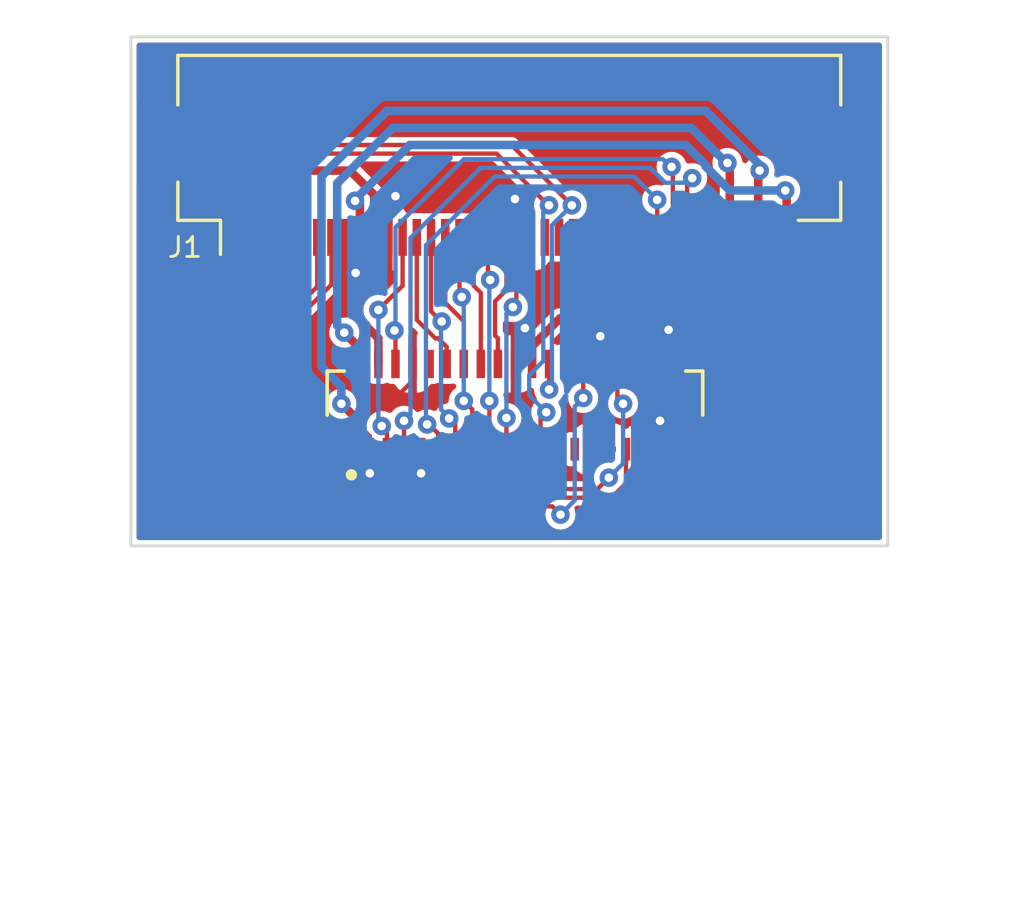
<source format=kicad_pcb>
(kicad_pcb (version 20211014) (generator pcbnew)
  (layers (0 "F.Cu" signal) (31 "B.Cu" signal) (34 "B.Paste" user) (35 "F.Paste" user) (36 "B.SilkS" user "B.Silkscreen") (37 "F.SilkS" user "F.Silkscreen") (38 "B.Mask" user) (39 "F.Mask" user) (44 "Edge.Cuts" user))
  (net 0 "")
  (net 1 "VGL")
  (net 2 "GND")
  (net 3 "VGH")
  (net 4 "VCOM")
  (net 5 "VPOS")
  (net 6 "VNEG")
  (net 7 "+3V3")
  (net 14 "/GDOE")
  (net 15 "/GDCLK")
  (net 16 "/GDSP")
  (net 17 "/ESDCLK")
  (net 18 "/ED0")
  (net 19 "/ED8")
  (net 20 "/ED1")
  (net 21 "/ED9")
  (net 22 "/ED2")
  (net 23 "/ED10")
  (net 24 "/ED3")
  (net 25 "/ED11")
  (net 26 "/ED4")
  (net 27 "/ED12")
  (net 28 "/ED5")
  (net 29 "/ED13")
  (net 30 "/ED6")
  (net 31 "/ED14")
  (net 32 "/ED7")
  (net 33 "/ED15")
  (net 34 "/SDCE0")
  (net 35 "/ESDLE")
  (net 36 "/ESDOE")
  (footprint "footprints:Hirose_FH12-40S-0.5SH_1x40-1MP_P0.50mm_Horizontal_Reversed" (layer "F.Cu") (at 165.9 78.15 180)
    (fp_text reference "J1" (at 11.4 -2.25) (layer "F.SilkS") (effects (font (size 0.7 0.7) (thickness 0.1))))
    (fp_text value "FH12-40S-0.5SH")
    (fp_line (start -11.65 -1.3) (end -11.65 0.04) (layer "F.SilkS") (width 0.12))
    (fp_line (start -10.16 -1.3) (end -11.65 -1.3) (layer "F.SilkS") (width 0.12))
    (fp_line (start -11.65 2.76) (end -11.65 4.5) (layer "F.SilkS") (width 0.12))
    (fp_line (start 10.16 -1.3) (end 11.65 -1.3) (layer "F.SilkS") (width 0.12))
    (fp_line (start 11.65 -1.3) (end 11.65 0.04) (layer "F.SilkS") (width 0.12))
    (fp_line (start 11.65 4.5) (end 11.65 2.76) (layer "F.SilkS") (width 0.12))
    (fp_line (start -11.65 4.5) (end 11.65 4.5) (layer "F.SilkS") (width 0.12))
    (fp_line (start 10.15 -1.3) (end 10.15 -2.5) (layer "F.SilkS") (width 0.12))
    (pad "1" smd rect locked (at 9.75 -1.9) (size 0.3 1.3) (layers "F.Cu" "F.Paste" "F.Mask") (net 1 "VGL"))
    (pad "2" smd rect locked (at 9.25 -1.9) (size 0.3 1.3) (layers "F.Cu" "F.Paste" "F.Mask"))
    (pad "3" smd rect locked (at 8.75 -1.9) (size 0.3 1.3) (layers "F.Cu" "F.Paste" "F.Mask") (net 3 "VGH"))
    (pad "4" smd rect locked (at 8.25 -1.9) (size 0.3 1.3) (layers "F.Cu" "F.Paste" "F.Mask"))
    (pad "5" smd rect locked (at 7.75 -1.9) (size 0.3 1.3) (layers "F.Cu" "F.Paste" "F.Mask") (net 7 "+3V3"))
    (pad "6" smd rect locked (at 7.25 -1.9) (size 0.3 1.3) (layers "F.Cu" "F.Paste" "F.Mask") (net 14 "/GDOE"))
    (pad "7" smd rect locked (at 6.75 -1.9) (size 0.3 1.3) (layers "F.Cu" "F.Paste" "F.Mask") (net 15 "/GDCLK"))
    (pad "8" smd rect locked (at 6.25 -1.9) (size 0.3 1.3) (layers "F.Cu" "F.Paste" "F.Mask") (net 16 "/GDSP"))
    (pad "9" smd rect locked (at 5.75 -1.9) (size 0.3 1.3) (layers "F.Cu" "F.Paste" "F.Mask") (net 2 "GND"))
    (pad "10" smd rect locked (at 5.25 -1.9) (size 0.3 1.3) (layers "F.Cu" "F.Paste" "F.Mask") (net 4 "VCOM"))
    (pad "11" smd rect locked (at 4.75 -1.9) (size 0.3 1.3) (layers "F.Cu" "F.Paste" "F.Mask") (net 7 "+3V3"))
    (pad "12" smd rect locked (at 4.25 -1.9) (size 0.3 1.3) (layers "F.Cu" "F.Paste" "F.Mask") (net 2 "GND"))
    (pad "13" smd rect locked (at 3.75 -1.9) (size 0.3 1.3) (layers "F.Cu" "F.Paste" "F.Mask") (net 17 "/ESDCLK"))
    (pad "14" smd rect locked (at 3.25 -1.9) (size 0.3 1.3) (layers "F.Cu" "F.Paste" "F.Mask") (net 18 "/ED0"))
    (pad "15" smd rect locked (at 2.75 -1.9) (size 0.3 1.3) (layers "F.Cu" "F.Paste" "F.Mask") (net 20 "/ED1"))
    (pad "16" smd rect locked (at 2.25 -1.9) (size 0.3 1.3) (layers "F.Cu" "F.Paste" "F.Mask") (net 22 "/ED2"))
    (pad "17" smd rect locked (at 1.75 -1.9) (size 0.3 1.3) (layers "F.Cu" "F.Paste" "F.Mask") (net 24 "/ED3"))
    (pad "18" smd rect locked (at 1.25 -1.9) (size 0.3 1.3) (layers "F.Cu" "F.Paste" "F.Mask") (net 26 "/ED4"))
    (pad "19" smd rect locked (at 0.75 -1.9) (size 0.3 1.3) (layers "F.Cu" "F.Paste" "F.Mask") (net 28 "/ED5"))
    (pad "20" smd rect locked (at 0.25 -1.9) (size 0.3 1.3) (layers "F.Cu" "F.Paste" "F.Mask") (net 30 "/ED6"))
    (pad "21" smd rect locked (at -0.25 -1.9) (size 0.3 1.3) (layers "F.Cu" "F.Paste" "F.Mask") (net 32 "/ED7"))
    (pad "22" smd rect locked (at -0.75 -1.9) (size 0.3 1.3) (layers "F.Cu" "F.Paste" "F.Mask") (net 2 "GND"))
    (pad "23" smd rect locked (at -1.25 -1.9) (size 0.3 1.3) (layers "F.Cu" "F.Paste" "F.Mask") (net 19 "/ED8"))
    (pad "24" smd rect locked (at -1.75 -1.9) (size 0.3 1.3) (layers "F.Cu" "F.Paste" "F.Mask") (net 21 "/ED9"))
    (pad "25" smd rect locked (at -2.25 -1.9) (size 0.3 1.3) (layers "F.Cu" "F.Paste" "F.Mask") (net 23 "/ED10"))
    (pad "26" smd rect locked (at -2.75 -1.9) (size 0.3 1.3) (layers "F.Cu" "F.Paste" "F.Mask") (net 25 "/ED11"))
    (pad "27" smd rect locked (at -3.25 -1.9) (size 0.3 1.3) (layers "F.Cu" "F.Paste" "F.Mask") (net 27 "/ED12"))
    (pad "28" smd rect locked (at -3.75 -1.9) (size 0.3 1.3) (layers "F.Cu" "F.Paste" "F.Mask") (net 29 "/ED13"))
    (pad "29" smd rect locked (at -4.25 -1.9) (size 0.3 1.3) (layers "F.Cu" "F.Paste" "F.Mask") (net 31 "/ED14"))
    (pad "30" smd rect locked (at -4.75 -1.9) (size 0.3 1.3) (layers "F.Cu" "F.Paste" "F.Mask") (net 33 "/ED15"))
    (pad "31" smd rect locked (at -5.25 -1.9) (size 0.3 1.3) (layers "F.Cu" "F.Paste" "F.Mask") (net 34 "/SDCE0"))
    (pad "32" smd rect locked (at -5.75 -1.9) (size 0.3 1.3) (layers "F.Cu" "F.Paste" "F.Mask") (net 35 "/ESDLE"))
    (pad "33" smd rect locked (at -6.25 -1.9) (size 0.3 1.3) (layers "F.Cu" "F.Paste" "F.Mask") (net 36 "/ESDOE"))
    (pad "34" smd rect locked (at -6.75 -1.9) (size 0.3 1.3) (layers "F.Cu" "F.Paste" "F.Mask"))
    (pad "35" smd rect locked (at -7.25 -1.9) (size 0.3 1.3) (layers "F.Cu" "F.Paste" "F.Mask"))
    (pad "36" smd rect locked (at -7.75 -1.9) (size 0.3 1.3) (layers "F.Cu" "F.Paste" "F.Mask") (net 5 "VPOS"))
    (pad "37" smd rect locked (at -8.25 -1.9) (size 0.3 1.3) (layers "F.Cu" "F.Paste" "F.Mask"))
    (pad "38" smd rect locked (at -8.75 -1.9) (size 0.3 1.3) (layers "F.Cu" "F.Paste" "F.Mask") (net 6 "VNEG"))
    (pad "39" smd rect locked (at -9.25 -1.9) (size 0.3 1.3) (layers "F.Cu" "F.Paste" "F.Mask"))
    (pad "40" smd rect locked (at -9.75 -1.9) (size 0.3 1.3) (layers "F.Cu" "F.Paste" "F.Mask") (net 4 "VCOM"))
    (pad "MP" smd rect locked (at -11.65 1.4 180) (size 1.8 2.2) (layers "F.Cu" "F.Paste" "F.Mask") (net 2 "GND"))
    (pad "MP" smd rect locked (at 11.65 1.4 180) (size 1.8 2.2) (layers "F.Cu" "F.Paste" "F.Mask") (net 2 "GND"))
  )
  (footprint "footprints:HRS_FH26W-39S-0.3SHW(60)" (layer "F.Cu") (at 166.1 86.1)
    (fp_text reference "J3" hide)
    (fp_text value "10064555-392120HLF")
    (fp_line (start 6.6 0.2) (end 6.6 -1.35) (layer "F.SilkS") (width 0.127))
    (fp_line (start 6.6 -1.35) (end 6 -1.35) (layer "F.SilkS") (width 0.127))
    (fp_line (start -6.6 -1.35) (end -6 -1.35) (layer "F.SilkS") (width 0.127))
    (fp_line (start -6.6 0.2) (end -6.6 -1.35) (layer "F.SilkS") (width 0.127))
    (fp_circle (center -5.75 2.3) (end -5.65 2.3) (layer "F.SilkS") (width 0.2) (fill none))
    (pad "1" smd rect locked (at -5.7 1.4) (size 0.3 0.8) (layers "F.Cu" "F.Paste" "F.Mask") (net 6 "VNEG"))
    (pad "2" smd rect locked (at -5.4 -1.6) (size 0.3 1) (layers "F.Cu" "F.Paste" "F.Mask") (net 5 "VPOS"))
    (pad "3" smd rect locked (at -5.1 1.4) (size 0.3 0.8) (layers "F.Cu" "F.Paste" "F.Mask") (net 2 "GND"))
    (pad "4" smd rect locked (at -4.8 -1.6) (size 0.3 1) (layers "F.Cu" "F.Paste" "F.Mask") (net 7 "+3V3"))
    (pad "5" smd rect locked (at -4.5 1.4) (size 0.3 0.8) (layers "F.Cu" "F.Paste" "F.Mask") (net 17 "/ESDCLK"))
    (pad "6" smd rect locked (at -4.2 -1.6) (size 0.3 1) (layers "F.Cu" "F.Paste" "F.Mask") (net 35 "/ESDLE"))
    (pad "7" smd rect locked (at -3.9 1.4) (size 0.3 0.8) (layers "F.Cu" "F.Paste" "F.Mask") (net 36 "/ESDOE"))
    (pad "8" smd rect locked (at -3.6 -1.6) (size 0.3 1) (layers "F.Cu" "F.Paste" "F.Mask") (net 2 "GND"))
    (pad "9" smd rect locked (at -3.3 1.4) (size 0.3 0.8) (layers "F.Cu" "F.Paste" "F.Mask") (net 2 "GND"))
    (pad "10" smd rect locked (at -3 -1.6) (size 0.3 1) (layers "F.Cu" "F.Paste" "F.Mask"))
    (pad "11" smd rect locked (at -2.7 1.4) (size 0.3 0.8) (layers "F.Cu" "F.Paste" "F.Mask") (net 34 "/SDCE0"))
    (pad "12" smd rect locked (at -2.4 -1.6) (size 0.3 1) (layers "F.Cu" "F.Paste" "F.Mask") (net 18 "/ED0"))
    (pad "13" smd rect locked (at -2.1 1.4) (size 0.3 0.8) (layers "F.Cu" "F.Paste" "F.Mask") (net 20 "/ED1"))
    (pad "14" smd rect locked (at -1.8 -1.6) (size 0.3 1) (layers "F.Cu" "F.Paste" "F.Mask") (net 22 "/ED2"))
    (pad "15" smd rect locked (at -1.5 1.4) (size 0.3 0.8) (layers "F.Cu" "F.Paste" "F.Mask") (net 24 "/ED3"))
    (pad "16" smd rect locked (at -1.2 -1.6) (size 0.3 1) (layers "F.Cu" "F.Paste" "F.Mask") (net 26 "/ED4"))
    (pad "17" smd rect locked (at -0.9 1.4) (size 0.3 0.8) (layers "F.Cu" "F.Paste" "F.Mask") (net 28 "/ED5"))
    (pad "18" smd rect locked (at -0.6 -1.6) (size 0.3 1) (layers "F.Cu" "F.Paste" "F.Mask") (net 30 "/ED6"))
    (pad "19" smd rect locked (at -0.3 1.4) (size 0.3 0.8) (layers "F.Cu" "F.Paste" "F.Mask") (net 32 "/ED7"))
    (pad "20" smd rect locked (at 0 -1.6) (size 0.3 1) (layers "F.Cu" "F.Paste" "F.Mask") (net 2 "GND"))
    (pad "21" smd rect locked (at 0.3 1.4) (size 0.3 0.8) (layers "F.Cu" "F.Paste" "F.Mask"))
    (pad "22" smd rect locked (at 0.6 -1.6) (size 0.3 1) (layers "F.Cu" "F.Paste" "F.Mask") (net 4 "VCOM"))
    (pad "23" smd rect locked (at 0.9 1.4) (size 0.3 0.8) (layers "F.Cu" "F.Paste" "F.Mask") (net 3 "VGH"))
    (pad "24" smd rect locked (at 1.2 -1.6) (size 0.3 1) (layers "F.Cu" "F.Paste" "F.Mask") (net 1 "VGL"))
    (pad "25" smd rect locked (at 1.5 1.4) (size 0.3 0.8) (layers "F.Cu" "F.Paste" "F.Mask"))
    (pad "26" smd rect locked (at 1.8 -1.6) (size 0.3 1) (layers "F.Cu" "F.Paste" "F.Mask"))
    (pad "27" smd rect locked (at 2.1 1.4) (size 0.3 0.8) (layers "F.Cu" "F.Paste" "F.Mask"))
    (pad "28" smd rect locked (at 2.4 -1.6) (size 0.3 1) (layers "F.Cu" "F.Paste" "F.Mask") (net 14 "/GDOE"))
    (pad "29" smd rect locked (at 2.7 1.4) (size 0.3 0.8) (layers "F.Cu" "F.Paste" "F.Mask") (net 2 "GND"))
    (pad "30" smd rect locked (at 3 -1.6) (size 0.3 1) (layers "F.Cu" "F.Paste" "F.Mask") (net 2 "GND"))
    (pad "31" smd rect locked (at 3.3 1.4) (size 0.3 0.8) (layers "F.Cu" "F.Paste" "F.Mask") (net 2 "GND"))
    (pad "32" smd rect locked (at 3.6 -1.6) (size 0.3 1) (layers "F.Cu" "F.Paste" "F.Mask") (net 16 "/GDSP"))
    (pad "33" smd rect locked (at 3.9 1.4) (size 0.3 0.8) (layers "F.Cu" "F.Paste" "F.Mask") (net 15 "/GDCLK"))
    (pad "34" smd rect locked (at 4.2 -1.6) (size 0.3 1) (layers "F.Cu" "F.Paste" "F.Mask") (net 4 "VCOM"))
    (pad "35" smd rect locked (at 4.5 1.4) (size 0.3 0.8) (layers "F.Cu" "F.Paste" "F.Mask") (net 2 "GND"))
    (pad "36" smd rect locked (at 4.8 -1.6) (size 0.3 1) (layers "F.Cu" "F.Paste" "F.Mask") (net 2 "GND"))
    (pad "37" smd rect locked (at 5.1 1.4) (size 0.3 0.8) (layers "F.Cu" "F.Paste" "F.Mask") (net 2 "GND"))
    (pad "38" smd rect locked (at 5.4 -1.6) (size 0.3 1) (layers "F.Cu" "F.Paste" "F.Mask") (net 2 "GND"))
    (pad "39" smd rect locked (at 5.7 1.4) (size 0.3 0.8) (layers "F.Cu" "F.Paste" "F.Mask") (net 2 "GND"))
    (pad "S1" smd rect locked (at -6.4 1.125) (size 0.4 0.95) (layers "F.Cu" "F.Paste" "F.Mask"))
    (pad "S2" smd rect locked (at 6.4 1.125) (size 0.4 0.95) (layers "F.Cu" "F.Paste" "F.Mask"))
  )
  (gr_rect (start 152.6 73) (end 179.2 90.9) (layer "Edge.Cuts") (width 0.1) (fill none))
  (segment (start 157.5 76.8) (end 156.15 78.15) (width 0.1524) (layer "F.Cu") (net 1))
  (segment (start 156.15 78.15) (end 156.15 80.05) (width 0.1524) (layer "F.Cu") (net 1))
  (segment (start 167.3 84.5) (end 167.3 85.4) (width 0.1524) (layer "F.Cu") (net 1))
  (segment (start 168.1 78.923098) (end 165.976902 76.8) (width 0.1524) (layer "F.Cu") (net 1))
  (segment (start 165.976902 76.8) (end 157.5 76.8) (width 0.1524) (layer "F.Cu") (net 1))
  (via (at 168.1 78.923098) (size 0.65) (drill 0.3) (layers "F.Cu" "B.Cu") (net 1))
  (via (at 167.3 85.4) (size 0.65) (drill 0.3) (layers "F.Cu" "B.Cu") (net 1))
  (segment (start 168.1 78.923098) (end 167.4 79.623098) (width 0.1524) (layer "B.Cu") (net 1))
  (segment (start 167.4 79.623098) (end 167.4 85.3) (width 0.1524) (layer "B.Cu") (net 1))
  (segment (start 167.4 85.3) (end 167.3 85.4) (width 0.1524) (layer "B.Cu") (net 1))
  (segment (start 168.8 86.6) (end 168.9 86.5) (width 0.3) (layer "F.Cu") (net 2))
  (segment (start 171.2 87.5) (end 171.2 86.5) (width 0.3) (layer "F.Cu") (net 2))
  (segment (start 166.1 83.6281) (end 166.3281 83.4) (width 0.1524) (layer "F.Cu") (net 2))
  (segment (start 169.1 83.5019) (end 169.1 83.5269) (width 0.3) (layer "F.Cu") (net 2))
  (segment (start 166.65 78.85) (end 166.6 78.8) (width 0.1524) (layer "F.Cu") (net 2))
  (segment (start 170.6 87.1) (end 171.2 86.5) (width 0.3) (layer "F.Cu") (net 2))
  (segment (start 169.4 87) (end 168.9 86.5) (width 0.3) (layer "F.Cu") (net 2))
  (segment (start 171.1 83.3) (end 171.5 83.3) (width 0.3) (layer "F.Cu") (net 2))
  (segment (start 160.15 81.05) (end 160.474392 81.374392) (width 0.1524) (layer "F.Cu") (net 2))
  (segment (start 170.9 83.5) (end 171.1 83.3) (width 0.3) (layer "F.Cu") (net 2))
  (segment (start 170.6 87.5) (end 170.6 87.1) (width 0.3) (layer "F.Cu") (net 2))
  (segment (start 160.8 86.846863) (end 160.8 86.3) (width 0.1524) (layer "F.Cu") (net 2))
  (segment (start 166.3281 83.4) (end 166.3281 83.364661) (width 0.1524) (layer "F.Cu") (net 2))
  (segment (start 162.8 87.5) (end 162.8 88.3719) (width 0.1524) (layer "F.Cu") (net 2))
  (segment (start 162.8 88.3719) (end 162.8 88.3469) (width 0.1524) (layer "F.Cu") (net 2))
  (segment (start 166.4 78.8) (end 166.2 78.8) (width 0.1524) (layer "F.Cu") (net 2))
  (segment (start 166.3281 83.364661) (end 166.450719 83.242042) (width 0.1524) (layer "F.Cu") (net 2))
  (segment (start 161.8 78.6) (end 161.9 78.6) (width 0.1524) (layer "F.Cu") (net 2))
  (segment (start 161 88.3719) (end 161 88.3469) (width 0.1524) (layer "F.Cu") (net 2))
  (segment (start 161.65 80.05) (end 161.65 78.75) (width 0.1524) (layer "F.Cu") (net 2))
  (segment (start 161 87.046863) (end 160.8 86.846863) (width 0.1524) (layer "F.Cu") (net 2))
  (segment (start 160.474392 81.374392) (end 160.5 81.348784) (width 0.1524) (layer "F.Cu") (net 2))
  (segment (start 168.8 87.5) (end 168.8 86.6) (width 0.3) (layer "F.Cu") (net 2))
  (segment (start 166.6 78.8) (end 166.4 78.8) (width 0.1524) (layer "F.Cu") (net 2))
  (segment (start 171.8 87.1) (end 171.2 86.5) (width 0.3) (layer "F.Cu") (net 2))
  (segment (start 161.4 85.7) (end 161.9 85.7) (width 0.1524) (layer "F.Cu") (net 2))
  (segment (start 162.5 84.5) (end 162.5 85.1) (width 0.1524) (layer "F.Cu") (net 2))
  (segment (start 161 87.5) (end 161 87.046863) (width 0.1524) (layer "F.Cu") (net 2))
  (segment (start 170.9 84.5) (end 170.9 83.5) (width 0.3) (layer "F.Cu") (net 2))
  (segment (start 160.8 86.3) (end 161.4 85.7) (width 0.1524) (layer "F.Cu") (net 2))
  (segment (start 166.65 80.05) (end 166.65 78.85) (width 0.1524) (layer "F.Cu") (net 2))
  (segment (start 161 87.5) (end 161 88.3719) (width 0.1524) (layer "F.Cu") (net 2))
  (segment (start 171.8 87.5) (end 171.8 87.1) (width 0.3) (layer "F.Cu") (net 2))
  (segment (start 166.1 84.5) (end 166.1 83.6281) (width 0.1524) (layer "F.Cu") (net 2))
  (segment (start 162.5 85.1) (end 161.9 85.7) (width 0.1524) (layer "F.Cu") (net 2))
  (segment (start 166.2 78.8) (end 166.1 78.7) (width 0.1524) (layer "F.Cu") (net 2))
  (segment (start 160.5 81.348784) (end 160.5 81.3) (width 0.1524) (layer "F.Cu") (net 2))
  (segment (start 169.1 84.5) (end 169.1 83.5019) (width 0.3) (layer "F.Cu") (net 2))
  (segment (start 169.4 87.5) (end 169.4 87) (width 0.3) (layer "F.Cu") (net 2))
  (segment (start 160.15 80.05) (end 160.15 81.05) (width 0.1524) (layer "F.Cu") (net 2))
  (segment (start 171.5 84.5) (end 171.5 83.3) (width 0.3) (layer "F.Cu") (net 2))
  (segment (start 161.65 78.75) (end 161.8 78.6) (width 0.1524) (layer "F.Cu") (net 2))
  (via (at 166.1 78.7) (size 0.65) (drill 0.3) (layers "F.Cu" "B.Cu") (net 2))
  (via (at 171.5 83.3) (size 0.65) (drill 0.3) (layers "F.Cu" "B.Cu") (net 2))
  (via (at 161.9 78.6) (size 0.65) (drill 0.3) (layers "F.Cu" "B.Cu") (net 2))
  (via (at 161 88.3469) (size 0.65) (drill 0.3) (layers "F.Cu" "B.Cu") (net 2))
  (via (at 169.1 83.5269) (size 0.65) (drill 0.3) (layers "F.Cu" "B.Cu") (net 2))
  (via (at 171.2 86.5) (size 0.65) (drill 0.3) (layers "F.Cu" "B.Cu") (net 2))
  (via (at 166.450719 83.242042) (size 0.65) (drill 0.3) (layers "F.Cu" "B.Cu") (net 2))
  (via (at 162.8 88.3469) (size 0.65) (drill 0.3) (layers "F.Cu" "B.Cu") (net 2))
  (via (at 160.5 81.3) (size 0.65) (drill 0.3) (layers "F.Cu" "B.Cu") (net 2))
  (segment (start 157.15 78.25) (end 157.15 80.05) (width 0.1524) (layer "F.Cu") (net 3))
  (segment (start 167.2 86.2) (end 167 86.4) (width 0.1524) (layer "F.Cu") (net 3))
  (segment (start 165.456222 77.10432) (end 158.29568 77.10432) (width 0.1524) (layer "F.Cu") (net 3))
  (segment (start 167 86.4) (end 167 87.5) (width 0.1524) (layer "F.Cu") (net 3))
  (segment (start 167.3 78.948098) (end 165.456222 77.10432) (width 0.1524) (layer "F.Cu") (net 3))
  (segment (start 158.29568 77.10432) (end 157.15 78.25) (width 0.1524) (layer "F.Cu") (net 3))
  (via (at 167.296566 78.921232) (size 0.65) (drill 0.3) (layers "F.Cu" "B.Cu") (net 3))
  (via (at 167.2 86.2) (size 0.65) (drill 0.3) (layers "F.Cu" "B.Cu") (net 3))
  (segment (start 167.3 78.924666) (end 167.296566 78.921232) (width 0.1524) (layer "B.Cu") (net 3))
  (segment (start 167.3 78.948098) (end 167.3 78.924666) (width 0.1524) (layer "B.Cu") (net 3))
  (segment (start 167.09568 79.152418) (end 167.09568 84.4) (width 0.1524) (layer "B.Cu") (net 3))
  (segment (start 166.6 84.89568) (end 166.6 85.6) (width 0.1524) (layer "B.Cu") (net 3))
  (segment (start 166.6 85.6) (end 167.2 86.2) (width 0.1524) (layer "B.Cu") (net 3))
  (segment (start 167.3 78.948098) (end 167.09568 79.152418) (width 0.1524) (layer "B.Cu") (net 3))
  (segment (start 167.09568 84.4) (end 166.6 84.89568) (width 0.1524) (layer "B.Cu") (net 3))
  (segment (start 175.65 80.95) (end 174.3 82.3) (width 0.3) (layer "F.Cu") (net 4))
  (segment (start 170.3 82.9) (end 170.3 84.5) (width 0.3) (layer "F.Cu") (net 4))
  (segment (start 174.3 82.3) (end 170.9 82.3) (width 0.3) (layer "F.Cu") (net 4))
  (segment (start 175.65 78.45) (end 175.6 78.4) (width 0.3) (layer "F.Cu") (net 4))
  (segment (start 166.7 83.879332) (end 167.679332 82.9) (width 0.3) (layer "F.Cu") (net 4))
  (segment (start 166.7 84.5) (end 166.7 83.879332) (width 0.3) (layer "F.Cu") (net 4))
  (segment (start 167.679332 82.9) (end 170.3 82.9) (width 0.3) (layer "F.Cu") (net 4))
  (segment (start 175.65 80.05) (end 175.65 78.45) (width 0.3) (layer "F.Cu") (net 4))
  (segment (start 160.65 80.05) (end 160.65 78.901216) (width 0.3) (layer "F.Cu") (net 4))
  (segment (start 175.65 80.05) (end 175.65 80.95) (width 0.3) (layer "F.Cu") (net 4))
  (segment (start 170.9 82.3) (end 170.3 82.9) (width 0.3) (layer "F.Cu") (net 4))
  (segment (start 160.65 78.901216) (end 160.474392 78.725608) (width 0.3) (layer "F.Cu") (net 4))
  (via (at 160.47882 78.765391) (size 0.65) (drill 0.3) (layers "F.Cu" "B.Cu") (net 4))
  (via (at 175.6 78.4) (size 0.65) (drill 0.3) (layers "F.Cu" "B.Cu") (net 4))
  (segment (start 172.1 76.8) (end 162.4 76.8) (width 0.3) (layer "B.Cu") (net 4))
  (segment (start 175.6 78.4) (end 173.648768 78.4) (width 0.3) (layer "B.Cu") (net 4))
  (segment (start 173.648768 78.4) (end 172.8 77.551232) (width 0.3) (layer "B.Cu") (net 4))
  (segment (start 160.474392 78.760963) (end 160.47882 78.765391) (width 0.3) (layer "B.Cu") (net 4))
  (segment (start 172.8 77.551232) (end 172.8 77.5) (width 0.3) (layer "B.Cu") (net 4))
  (segment (start 172.8 77.5) (end 172.1 76.8) (width 0.3) (layer "B.Cu") (net 4))
  (segment (start 162.4 76.8) (end 160.474392 78.725608) (width 0.3) (layer "B.Cu") (net 4))
  (segment (start 160.474392 78.725608) (end 160.474392 78.760963) (width 0.3) (layer "B.Cu") (net 4))
  (segment (start 173.56767 77.46767) (end 173.56767 77.43233) (width 0.3) (layer "F.Cu") (net 5))
  (segment (start 160.7 84) (end 160.1 83.4) (width 0.3) (layer "F.Cu") (net 5))
  (segment (start 173.65 77.55) (end 173.56767 77.46767) (width 0.3) (layer "F.Cu") (net 5))
  (segment (start 173.65 80.05) (end 173.65 77.55) (width 0.3) (layer "F.Cu") (net 5))
  (segment (start 160.7 84.5) (end 160.7 84) (width 0.3) (layer "F.Cu") (net 5))
  (via (at 173.56767 77.43233) (size 0.65) (drill 0.3) (layers "F.Cu" "B.Cu") (net 5))
  (via (at 160.1 83.4) (size 0.65) (drill 0.3) (layers "F.Cu" "B.Cu") (net 5))
  (segment (start 172.3 76.2) (end 173.6 77.5) (width 0.3) (layer "B.Cu") (net 5))
  (segment (start 159.85192 83.15192) (end 159.85192 78.14808) (width 0.3) (layer "B.Cu") (net 5))
  (segment (start 161.8 76.2) (end 172.3 76.2) (width 0.3) (layer "B.Cu") (net 5))
  (segment (start 160.1 83.4) (end 159.85192 83.15192) (width 0.3) (layer "B.Cu") (net 5))
  (segment (start 159.85192 78.14808) (end 161.8 76.2) (width 0.3) (layer "B.Cu") (net 5))
  (segment (start 174.65 80.05) (end 174.65 77.75) (width 0.3) (layer "F.Cu") (net 6))
  (segment (start 174.65 77.75) (end 174.7 77.7) (width 0.3) (layer "F.Cu") (net 6))
  (segment (start 160.4 86.3) (end 160.4 87.5) (width 0.3) (layer "F.Cu") (net 6))
  (segment (start 160 85.9) (end 160.4 86.3) (width 0.3) (layer "F.Cu") (net 6))
  (via (at 174.7 77.7) (size 0.65) (drill 0.3) (layers "F.Cu" "B.Cu") (net 6))
  (via (at 160 85.9) (size 0.65) (drill 0.3) (layers "F.Cu" "B.Cu") (net 6))
  (segment (start 160 85.3) (end 159.3 84.6) (width 0.3) (layer "B.Cu") (net 6))
  (segment (start 159.3 84.6) (end 159.3 77.9) (width 0.3) (layer "B.Cu") (net 6))
  (segment (start 160 85.9) (end 160 85.3) (width 0.3) (layer "B.Cu") (net 6))
  (segment (start 161.6 75.6) (end 172.8 75.6) (width 0.3) (layer "B.Cu") (net 6))
  (segment (start 172.8 75.6) (end 174.7 77.5) (width 0.3) (layer "B.Cu") (net 6))
  (segment (start 159.3 77.9) (end 161.6 75.6) (width 0.3) (layer "B.Cu") (net 6))
  (segment (start 174.7 77.5) (end 174.7 77.7) (width 0.3) (layer "B.Cu") (net 6))
  (segment (start 161.15 81.55) (end 160.6 82.1) (width 0.3) (layer "F.Cu") (net 7))
  (segment (start 158.15 78.35) (end 158.8 77.7) (width 0.3) (layer "F.Cu") (net 7))
  (segment (start 161.3 83.6) (end 161.3 84.5) (width 0.3) (layer "F.Cu") (net 7))
  (segment (start 161.15 80.05) (end 161.15 81.55) (width 0.3) (layer "F.Cu") (net 7))
  (segment (start 161.15 78.55) (end 161.15 80.05) (width 0.3) (layer "F.Cu") (net 7))
  (segment (start 160.3 77.7) (end 161.15 78.55) (width 0.3) (layer "F.Cu") (net 7))
  (segment (start 158.8 77.7) (end 160.3 77.7) (width 0.3) (layer "F.Cu") (net 7))
  (segment (start 160.6 82.1) (end 160.6 82.9) (width 0.3) (layer "F.Cu") (net 7))
  (segment (start 158.15 80.05) (end 158.15 78.35) (width 0.3) (layer "F.Cu") (net 7))
  (segment (start 160.6 82.9) (end 161.3 83.6) (width 0.3) (layer "F.Cu") (net 7))
  (segment (start 158.65 81.85) (end 158.65 80.05) (width 0.1524) (layer "F.Cu") (net 14))
  (segment (start 167.7 89.8) (end 167.40864 89.50864) (width 0.1524) (layer "F.Cu") (net 14))
  (segment (start 167.40864 89.50864) (end 159.30864 89.50864) (width 0.1524) (layer "F.Cu") (net 14))
  (segment (start 168.5 85.7) (end 168.5 84.5) (width 0.1524) (layer "F.Cu") (net 14))
  (segment (start 158 88.2) (end 158 82.5) (width 0.1524) (layer "F.Cu") (net 14))
  (segment (start 159.30864 89.50864) (end 158 88.2) (width 0.1524) (layer "F.Cu") (net 14))
  (segment (start 158 82.5) (end 158.65 81.85) (width 0.1524) (layer "F.Cu") (net 14))
  (via (at 167.7 89.8) (size 0.65) (drill 0.3) (layers "F.Cu" "B.Cu") (net 14))
  (via (at 168.5 85.7) (size 0.65) (drill 0.3) (layers "F.Cu" "B.Cu") (net 14))
  (segment (start 168.2 89.3) (end 168.2 86) (width 0.1524) (layer "B.Cu") (net 14))
  (segment (start 167.7 89.8) (end 168.2 89.3) (width 0.1524) (layer "B.Cu") (net 14))
  (segment (start 168.2 86) (end 168.5 85.7) (width 0.1524) (layer "B.Cu") (net 14))
  (segment (start 159.434694 89.20432) (end 158.30432 88.073946) (width 0.1524) (layer "F.Cu") (net 15))
  (segment (start 170 88.7) (end 169.49568 89.20432) (width 0.1524) (layer "F.Cu") (net 15))
  (segment (start 170 87.5) (end 170 88.7) (width 0.1524) (layer "F.Cu") (net 15))
  (segment (start 169.49568 89.20432) (end 159.434694 89.20432) (width 0.1524) (layer "F.Cu") (net 15))
  (segment (start 158.30432 88.073946) (end 158.30432 82.626054) (width 0.1524) (layer "F.Cu") (net 15))
  (segment (start 159.15 81.780374) (end 159.15 80.05) (width 0.1524) (layer "F.Cu") (net 15))
  (segment (start 158.30432 82.626054) (end 159.15 81.780374) (width 0.1524) (layer "F.Cu") (net 15))
  (segment (start 169.350005 88.550005) (end 169.350006 88.550005) (width 0.1524) (layer "F.Cu") (net 16))
  (segment (start 158.60864 82.752108) (end 159.65 81.710748) (width 0.1524) (layer "F.Cu") (net 16))
  (segment (start 169.7 85.7) (end 169.7 84.5) (width 0.1524) (layer "F.Cu") (net 16))
  (segment (start 158.60864 87.947892) (end 158.60864 82.752108) (width 0.1524) (layer "F.Cu") (net 16))
  (segment (start 169.350005 88.550005) (end 169.000011 88.9) (width 0.1524) (layer "F.Cu") (net 16))
  (segment (start 159.560748 88.9) (end 158.60864 87.947892) (width 0.1524) (layer "F.Cu") (net 16))
  (segment (start 169.000011 88.9) (end 159.560748 88.9) (width 0.1524) (layer "F.Cu") (net 16))
  (segment (start 169.350006 88.550005) (end 169.4 88.500011) (width 0.1524) (layer "F.Cu") (net 16))
  (segment (start 169.4 88.500011) (end 169.350005 88.550005) (width 0.1524) (layer "F.Cu") (net 16))
  (segment (start 169.9 85.9) (end 169.7 85.7) (width 0.1524) (layer "F.Cu") (net 16))
  (segment (start 159.65 81.710748) (end 159.65 80.05) (width 0.1524) (layer "F.Cu") (net 16))
  (via (at 169.9 85.9) (size 0.65) (drill 0.3) (layers "F.Cu" "B.Cu") (net 16))
  (via (at 169.4 88.500011) (size 0.65) (drill 0.3) (layers "F.Cu" "B.Cu") (net 16))
  (segment (start 169.9 88.000011) (end 169.4 88.500011) (width 0.1524) (layer "B.Cu") (net 16))
  (segment (start 169.9 85.9) (end 169.9 88.000011) (width 0.1524) (layer "B.Cu") (net 16))
  (segment (start 161.6 86.9) (end 161.4 86.7) (width 0.1524) (layer "F.Cu") (net 17))
  (segment (start 162.15 81.75) (end 162.15 80.05) (width 0.1524) (layer "F.Cu") (net 17))
  (segment (start 161.3 82.6) (end 162.15 81.75) (width 0.1524) (layer "F.Cu") (net 17))
  (segment (start 161.6 87.5) (end 161.6 86.9) (width 0.1524) (layer "F.Cu") (net 17))
  (via (at 161.416834 86.683311) (size 0.65) (drill 0.3) (layers "F.Cu" "B.Cu") (net 17))
  (via (at 161.3 82.6) (size 0.65) (drill 0.3) (layers "F.Cu" "B.Cu") (net 17))
  (segment (start 161.3 86.6) (end 161.3 82.6) (width 0.1524) (layer "B.Cu") (net 17))
  (segment (start 161.4 86.7) (end 161.400145 86.7) (width 0.1524) (layer "B.Cu") (net 17))
  (segment (start 161.400145 86.7) (end 161.416834 86.683311) (width 0.1524) (layer "B.Cu") (net 17))
  (segment (start 161.4 86.7) (end 161.3 86.6) (width 0.1524) (layer "B.Cu") (net 17))
  (segment (start 163.7 84.5) (end 163.7 83.9) (width 0.1524) (layer "F.Cu") (net 18))
  (segment (start 163.4 83.6) (end 163.3 83.6) (width 0.1524) (layer "F.Cu") (net 18))
  (segment (start 163.7 83.9) (end 163.4 83.6) (width 0.1524) (layer "F.Cu") (net 18))
  (segment (start 162.65 82.95) (end 162.65 80.05) (width 0.1524) (layer "F.Cu") (net 18))
  (segment (start 163.3 83.6) (end 162.65 82.95) (width 0.1524) (layer "F.Cu") (net 18))
  (segment (start 163.517798 83) (end 163.525 83.007202) (width 0.1524) (layer "F.Cu") (net 20))
  (segment (start 163.15 82.65) (end 163.15 80.05) (width 0.1524) (layer "F.Cu") (net 20))
  (segment (start 163.5 83) (end 163.15 82.65) (width 0.1524) (layer "F.Cu") (net 20))
  (segment (start 163.8 86.4) (end 164 86.6) (width 0.1524) (layer "F.Cu") (net 20))
  (segment (start 163.5 83) (end 163.517798 83) (width 0.1524) (layer "F.Cu") (net 20))
  (segment (start 164 86.6) (end 164 87.5) (width 0.1524) (layer "F.Cu") (net 20))
  (via (at 163.525 83.007202) (size 0.65) (drill 0.3) (layers "F.Cu" "B.Cu") (net 20))
  (via (at 163.786634 86.416039) (size 0.65) (drill 0.3) (layers "F.Cu" "B.Cu") (net 20))
  (segment (start 163.8 86.402673) (end 163.786634 86.416039) (width 0.1524) (layer "B.Cu") (net 20))
  (segment (start 163.5 86.1) (end 163.8 86.4) (width 0.1524) (layer "B.Cu") (net 20))
  (segment (start 163.8 86.4) (end 163.8 86.402673) (width 0.1524) (layer "B.Cu") (net 20))
  (segment (start 163.5 83) (end 163.5 86.1) (width 0.1524) (layer "B.Cu") (net 20))
  (segment (start 164.3 84.5) (end 164.3 83) (width 0.1524) (layer "F.Cu") (net 22))
  (segment (start 163.65 82.35) (end 163.65 80.05) (width 0.1524) (layer "F.Cu") (net 22))
  (segment (start 164.3 83) (end 163.65 82.35) (width 0.1524) (layer "F.Cu") (net 22))
  (segment (start 164.15 82.103152) (end 164.15 80.05) (width 0.1524) (layer "F.Cu") (net 24))
  (segment (start 164.212474 82.165626) (end 164.15 82.103152) (width 0.1524) (layer "F.Cu") (net 24))
  (segment (start 164.212474 82.165626) (end 164.230151 82.147949) (width 0.1524) (layer "F.Cu") (net 24))
  (segment (start 164.6 86.1) (end 164.6 87.5) (width 0.1524) (layer "F.Cu") (net 24))
  (segment (start 164.3 85.8) (end 164.6 86.1) (width 0.1524) (layer "F.Cu") (net 24))
  (via (at 164.3 85.8) (size 0.65) (drill 0.3) (layers "F.Cu" "B.Cu") (net 24))
  (via (at 164.230151 82.147949) (size 0.65) (drill 0.3) (layers "F.Cu" "B.Cu") (net 24))
  (segment (start 164.212474 82.165626) (end 164.3 82.253152) (width 0.1524) (layer "B.Cu") (net 24))
  (segment (start 164.3 82.253152) (end 164.3 85.8) (width 0.1524) (layer "B.Cu") (net 24))
  (segment (start 164.9 82) (end 164.9 84.5) (width 0.1524) (layer "F.Cu") (net 26))
  (segment (start 164.65 80.05) (end 164.65 81.75) (width 0.1524) (layer "F.Cu") (net 26))
  (segment (start 164.65 81.75) (end 164.9 82) (width 0.1524) (layer "F.Cu") (net 26))
  (segment (start 165.1781 81.6) (end 165.15 81.5719) (width 0.1524) (layer "F.Cu") (net 28))
  (segment (start 165.228601 81.549499) (end 165.228601 81.546399) (width 0.1524) (layer "F.Cu") (net 28))
  (segment (start 165.1781 81.6) (end 165.228601 81.549499) (width 0.1524) (layer "F.Cu") (net 28))
  (segment (start 165.15 81.5719) (end 165.15 80.05) (width 0.1524) (layer "F.Cu") (net 28))
  (segment (start 165.2 85.8) (end 165.2 87.5) (width 0.1524) (layer "F.Cu") (net 28))
  (via (at 165.228601 81.546399) (size 0.65) (drill 0.3) (layers "F.Cu" "B.Cu") (net 28))
  (via (at 165.2 85.8) (size 0.65) (drill 0.3) (layers "F.Cu" "B.Cu") (net 28))
  (segment (start 165.1781 81.6) (end 165.2 81.6219) (width 0.1524) (layer "B.Cu") (net 28))
  (segment (start 165.2 81.6219) (end 165.2 85.8) (width 0.1524) (layer "B.Cu") (net 28))
  (segment (start 165.8 81.25432) (end 165.8 81.9) (width 0.1524) (layer "F.Cu") (net 30))
  (segment (start 165.65 80.05) (end 165.65 81.10432) (width 0.1524) (layer "F.Cu") (net 30))
  (segment (start 165.4 82.3) (end 165.4 83.5) (width 0.1524) (layer "F.Cu") (net 30))
  (segment (start 165.5 83.6) (end 165.5 84.5) (width 0.1524) (layer "F.Cu") (net 30))
  (segment (start 165.8 81.9) (end 165.4 82.3) (width 0.1524) (layer "F.Cu") (net 30))
  (segment (start 165.4 83.5) (end 165.5 83.6) (width 0.1524) (layer "F.Cu") (net 30))
  (segment (start 165.65 81.10432) (end 165.8 81.25432) (width 0.1524) (layer "F.Cu") (net 30))
  (segment (start 166.15 82.3781) (end 166.15 80.05) (width 0.1524) (layer "F.Cu") (net 32))
  (segment (start 166.0281 82.5) (end 166.15 82.3781) (width 0.1524) (layer "F.Cu") (net 32))
  (segment (start 165.8 86.4) (end 165.8 87.5) (width 0.1524) (layer "F.Cu") (net 32))
  (via (at 166.0281 82.5) (size 0.65) (drill 0.3) (layers "F.Cu" "B.Cu") (net 32))
  (via (at 165.8 86.4) (size 0.65) (drill 0.3) (layers "F.Cu" "B.Cu") (net 32))
  (segment (start 165.8 82.7281) (end 165.8 86.4) (width 0.1524) (layer "B.Cu") (net 32))
  (segment (start 166.0281 82.5) (end 165.8 82.7281) (width 0.1524) (layer "B.Cu") (net 32))
  (segment (start 163.086683 86.637772) (end 163.090172 86.637772) (width 0.1524) (layer "F.Cu") (net 34))
  (segment (start 171.1 80) (end 171.15 80.05) (width 0.1524) (layer "F.Cu") (net 34))
  (segment (start 163.4 86.9476) (end 163.4 87.5) (width 0.1524) (layer "F.Cu") (net 34))
  (segment (start 163.090172 86.637772) (end 163.4 86.9476) (width 0.1524) (layer "F.Cu") (net 34))
  (segment (start 171.1 78.7281) (end 171.1 80) (width 0.1524) (layer "F.Cu") (net 34))
  (via (at 171.0969 78.7281) (size 0.65) (drill 0.3) (layers "F.Cu" "B.Cu") (net 34))
  (via (at 163.013057 86.627286) (size 0.65) (drill 0.3) (layers "F.Cu" "B.Cu") (net 34))
  (segment (start 170.28054 77.90864) (end 165.39136 77.90864) (width 0.1524) (layer "B.Cu") (net 34))
  (segment (start 162.9719 80.3281) (end 162.9719 86.522989) (width 0.1524) (layer "B.Cu") (net 34))
  (segment (start 165.39136 77.90864) (end 162.9719 80.3281) (width 0.1524) (layer "B.Cu") (net 34))
  (segment (start 163.023543 86.637772) (end 163.013057 86.627286) (width 0.1524) (layer "B.Cu") (net 34))
  (segment (start 163.086683 86.637772) (end 163.023543 86.637772) (width 0.1524) (layer "B.Cu") (net 34))
  (segment (start 171.0969 78.725) (end 170.28054 77.90864) (width 0.1524) (layer "B.Cu") (net 34))
  (segment (start 171.0969 78.7281) (end 171.0969 78.725) (width 0.1524) (layer "B.Cu") (net 34))
  (segment (start 162.9719 86.522989) (end 163.086683 86.637772) (width 0.1524) (layer "B.Cu") (net 34))
  (segment (start 171.65 77.65) (end 171.65 80.05) (width 0.1524) (layer "F.Cu") (net 35))
  (segment (start 171.6 77.6) (end 171.65 77.65) (width 0.1524) (layer "F.Cu") (net 35))
  (segment (start 161.9 84.5) (end 161.9 83.4) (width 0.1524) (layer "F.Cu") (net 35))
  (via (at 161.863258 83.324783) (size 0.65) (drill 0.3) (layers "F.Cu" "B.Cu") (net 35))
  (via (at 171.605175 77.569836) (size 0.65) (drill 0.3) (layers "F.Cu" "B.Cu") (net 35))
  (segment (start 171.3 77.3) (end 164.3 77.3) (width 0.1524) (layer "B.Cu") (net 35))
  (segment (start 164.3 77.3) (end 161.9 79.7) (width 0.1524) (layer "B.Cu") (net 35))
  (segment (start 161.9 83.4) (end 161.863258 83.363258) (width 0.1524) (layer "B.Cu") (net 35))
  (segment (start 171.6 77.575011) (end 171.605175 77.569836) (width 0.1524) (layer "B.Cu") (net 35))
  (segment (start 161.9 79.7) (end 161.9 83.4) (width 0.1524) (layer "B.Cu") (net 35))
  (segment (start 171.6 77.6) (end 171.3 77.3) (width 0.1524) (layer "B.Cu") (net 35))
  (segment (start 171.6 77.6) (end 171.6 77.575011) (width 0.1524) (layer "B.Cu") (net 35))
  (segment (start 161.863258 83.363258) (end 161.863258 83.324783) (width 0.1524) (layer "B.Cu") (net 35))
  (segment (start 172.15 78.058783) (end 172.15 80.05) (width 0.1524) (layer "F.Cu") (net 36))
  (segment (start 172.272522 77.936261) (end 172.300121 77.936261) (width 0.1524) (layer "F.Cu") (net 36))
  (segment (start 172.272522 77.936261) (end 172.15 78.058783) (width 0.1524) (layer "F.Cu") (net 36))
  (segment (start 172.300121 77.936261) (end 172.33041 77.96655) (width 0.1524) (layer "F.Cu") (net 36))
  (segment (start 162.2 86.5) (end 162.2 87.5) (width 0.1524) (layer "F.Cu") (net 36))
  (via (at 172.33041 77.96655) (size 0.65) (drill 0.3) (layers "F.Cu" "B.Cu") (net 36))
  (via (at 162.2 86.5) (size 0.65) (drill 0.3) (layers "F.Cu" "B.Cu") (net 36))
  (segment (start 172.080672 78.128111) (end 172.272522 77.936261) (width 0.1524) (layer "B.Cu") (net 36))
  (segment (start 171.381248 78.128111) (end 172.080672 78.128111) (width 0.1524) (layer "B.Cu") (net 36))
  (segment (start 162.428111 86.271889) (end 162.428111 80.071889) (width 0.1524) (layer "B.Cu") (net 36))
  (segment (start 164.89568 77.60432) (end 170.857457 77.60432) (width 0.1524) (layer "B.Cu") (net 36))
  (segment (start 170.857457 77.60432) (end 171.381248 78.128111) (width 0.1524) (layer "B.Cu") (net 36))
  (segment (start 162.428111 80.071889) (end 164.89568 77.60432) (width 0.1524) (layer "B.Cu") (net 36))
  (segment (start 162.2 86.5) (end 162.25 86.45) (width 0.1524) (layer "B.Cu") (net 36))
  (segment (start 162.25 86.45) (end 162.428111 86.271889) (width 0.1524) (layer "B.Cu") (net 36))
  (zone (net 2) (net_name "GND") (layers F&B.Cu) (connect_pads (clearance 0.2)) (min_thickness 0.2) (fill yes (thermal_gap 0.508) (thermal_bridge_width 0.508))
    (polygon (pts (xy 184 104) (xy 148 104) (xy 148 72) (xy 184 72)))
  )
)
</source>
